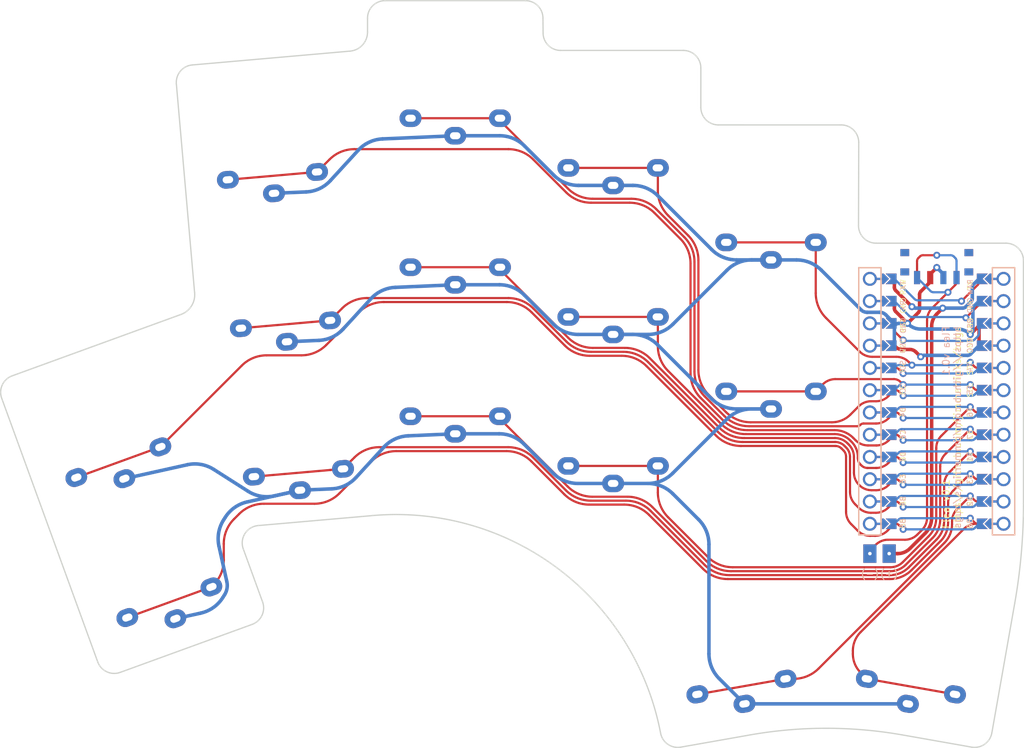
<source format=kicad_pcb>
(kicad_pcb (version 20211014) (generator pcbnew)
  (title_block (title "Flea") (date "2021-10-28") (rev "0.1") (company "jmnw"))
  (layers (0 "F.Cu" signal) (31 "B.Cu" signal) (34 "B.Paste" user) (35 "F.Paste" user) (36 "B.SilkS" user "B.Silkscreen") (37 "F.SilkS" user "F.Silkscreen") (38 "B.Mask" user) (39 "F.Mask" user) (44 "Edge.Cuts" user))
  (net 0 "")
  (net 1 "unconnected-(PSW1-Pad3)")
  (net 2 "switch1")
  (net 3 "switch2")
  (net 4 "switch3")
  (net 5 "switch4")
  (net 6 "switch5")
  (net 7 "switch6")
  (net 8 "switch7")
  (net 9 "switch8")
  (net 10 "switch9")
  (net 11 "switch10")
  (net 12 "switch11")
  (net 13 "switch12")
  (net 14 "switch13")
  (net 15 "switch14")
  (net 16 "switch15")
  (net 17 "unconnected-(U1-Pad22)")
  (net 18 "unconnected-(U1-Pad2)")
  (net 19 "unconnected-(U1-Pad1)")
  (net 20 "GND")
  (net 21 "VCC")
  (net 22 "Net-(BT1-Pad2)")
  (net 23 "raw")
  (net 24 "unconnected-(U1-Pad20)")
  (footprint "bugs:Choc_reversible" (layer "F.Cu") (at 43.227347 95.400626 20)
    (fp_text reference "SW5" hide)
    (fp_text value "SW_PUSH" hide)
  )
  (footprint "bugs:Choc_reversible" (layer "F.Cu") (at 61.791142 62.512256 5)
    (fp_text reference "SW1" hide)
    (fp_text value "SW_PUSH" hide)
  )
  (footprint "bugs:Choc_reversible" (layer "F.Cu") (at 82.967106 55.921249)
    (fp_text reference "SW2" hide)
    (fp_text value "SW_PUSH" hide)
  )
  (footprint "bugs:Choc_reversible" (layer "F.Cu") (at 100.96676 61.58759)
    (fp_text reference "SW3" hide)
    (fp_text value "SW_PUSH" hide)
  )
  (footprint "bugs:Choc_reversible" (layer "F.Cu") (at 118.966764 70.087595)
    (fp_text reference "SW4" hide)
    (fp_text value "SW_PUSH" hide)
  )
  (footprint "bugs:Choc_reversible" (layer "F.Cu") (at 49.041694 111.375396 20)
    (fp_text reference "SW10" hide)
    (fp_text value "SW_PUSH" hide)
  )
  (footprint "bugs:Choc_reversible" (layer "F.Cu") (at 63.272787 79.447574 5)
    (fp_text reference "SW6" hide)
    (fp_text value "SW_PUSH" hide)
  )
  (footprint "bugs:Choc_reversible" (layer "F.Cu") (at 82.967105 72.921243)
    (fp_text reference "SW7" hide)
    (fp_text value "SW_PUSH" hide)
  )
  (footprint "bugs:Choc_reversible" (layer "F.Cu") (at 100.966769 78.587591)
    (fp_text reference "SW8" hide)
    (fp_text value "SW_PUSH" hide)
  )
  (footprint "bugs:Choc_reversible" (layer "F.Cu") (at 118.966768 87.087589)
    (fp_text reference "SW9" hide)
    (fp_text value "SW_PUSH" hide)
  )
  (footprint "bugs:Choc_reversible" (layer "F.Cu") (at 64.754436 96.382878 5)
    (fp_text reference "SW11" hide)
    (fp_text value "SW_PUSH" hide)
  )
  (footprint "bugs:Choc_reversible" (layer "F.Cu") (at 82.9671 89.921255)
    (fp_text reference "SW12" hide)
    (fp_text value "SW_PUSH" hide)
  )
  (footprint "bugs:Choc_reversible" (layer "F.Cu") (at 100.96677 95.587592)
    (fp_text reference "SW13" hide)
    (fp_text value "SW_PUSH" hide)
  )
  (footprint "bugs:Choc_reversible" (layer "F.Cu") (at 114.918689 120.821188 10)
    (fp_text reference "SW14" hide)
    (fp_text value "SW_PUSH" hide)
  )
  (footprint "bugs:Choc_reversible" (layer "F.Cu") (at 135.597122 120.821342 -10)
    (fp_text reference "SW15" hide)
    (fp_text value "SW_PUSH" hide)
  )
  (footprint "bugs:Battery_pads_reversible" (layer "F.Cu") (at 131.338512 109.491136 180)
    (fp_text reference "BT1" hide)
    (fp_text value "Battery_Cell")
  )
  (footprint "bugs:ProMicro_jumpers" (layer "F.Cu") (at 137.85677 92.117593)
    (fp_text reference "U1" hide)
    (fp_text value "ProMicro")
  )
  (footprint "bugs:Power_reversible" (layer "F.Cu") (at 137.865245 76.254403 180)
    (fp_text reference "PSW1" hide)
    (fp_text value "SW_SPDT")
  )
  (footprint "kbd:thread_m2" (layer "B.Cu") (at 60.883629 97.298008 -170)
    (fp_text reference "Ref**" hide)
    (fp_text value "Val**" hide)
  )
  (gr_line (start 147.747178 76.077192) (end 147.749256 103.754181) (layer "Edge.Cuts") (width 0.15))
  (gr_arc (start 90.967357 46.411064) (mid 92.381571 46.99685) (end 92.967358 48.411063) (layer "Edge.Cuts") (width 0.15))
  (gr_line (start 32.460178 89.20989) (end 51.698026 82.207748) (layer "Edge.Cuts") (width 0.15))
  (gr_arc (start 72.967354 48.41107) (mid 73.55314 46.996856) (end 74.967353 46.411069) (layer "Edge.Cuts") (width 0.15))
  (gr_line (start 31.264832 91.773313) (end 42.209651 121.843944) (layer "Edge.Cuts") (width 0.15))
  (gr_arc (start 130.941305 74.077185) (mid 129.527093 73.491401) (end 128.941306 72.07719) (layer "Edge.Cuts") (width 0.15))
  (gr_line (start 110.966787 54.088034) (end 110.967178 58.587188) (layer "Edge.Cuts") (width 0.15))
  (gr_line (start 133.947659 130.176564) (end 141.826123 131.565744) (layer "Edge.Cuts") (width 0.15))
  (gr_line (start 108.689942 131.565986) (end 116.568399 130.176802) (layer "Edge.Cuts") (width 0.15))
  (gr_arc (start 51.17525 55.91196) (mid 51.635551 54.452077) (end 52.993326 53.745266) (layer "Edge.Cuts") (width 0.15))
  (gr_arc (start 72.967611 49.993058) (mid 72.394188 51.467606) (end 70.975227 52.16736) (layer "Edge.Cuts") (width 0.15))
  (gr_arc (start 108.68994 131.565982) (mid 107.195491 131.234672) (end 106.373027 129.943665) (layer "Edge.Cuts") (width 0.15))
  (gr_arc (start 58.802893 108.955853) (mid 58.999438 107.197732) (end 60.518025 106.290257) (layer "Edge.Cuts") (width 0.15))
  (gr_line (start 60.518025 106.290257) (end 73.552042 105.149929) (layer "Edge.Cuts") (width 0.15))
  (gr_arc (start 31.264832 91.773312) (mid 31.331603 90.244037) (end 32.460178 89.20989) (layer "Edge.Cuts") (width 0.15))
  (gr_line (start 112.967179 60.587188) (end 126.966959 60.587398) (layer "Edge.Cuts") (width 0.15))
  (gr_arc (start 144.143035 129.943424) (mid 143.320572 131.234432) (end 141.826123 131.565744) (layer "Edge.Cuts") (width 0.15))
  (gr_line (start 144.143032 129.943424) (end 146.748563 115.17185) (layer "Edge.Cuts") (width 0.15))
  (gr_arc (start 116.568397 130.176803) (mid 125.258018 129.416377) (end 133.947659 130.176564) (layer "Edge.Cuts") (width 0.15))
  (gr_line (start 130.941305 74.077185) (end 145.747176 74.077184) (layer "Edge.Cuts") (width 0.15))
  (gr_arc (start 126.966959 60.587398) (mid 128.381177 61.173187) (end 128.966964 62.587405) (layer "Edge.Cuts") (width 0.15))
  (gr_arc (start 44.773071 123.03929) (mid 43.243797 122.972519) (end 42.209651 121.843944) (layer "Edge.Cuts") (width 0.15))
  (gr_arc (start 112.967176 60.587188) (mid 111.552963 60.001401) (end 110.967178 58.587188) (layer "Edge.Cuts") (width 0.15))
  (gr_line (start 94.981842 52.08814) (end 108.966789 52.088035) (layer "Edge.Cuts") (width 0.15))
  (gr_arc (start 145.747176 74.077184) (mid 147.161392 74.662974) (end 147.747178 76.077192) (layer "Edge.Cuts") (width 0.15))
  (gr_arc (start 94.981843 52.088136) (mid 93.567631 51.502351) (end 92.981845 50.08814) (layer "Edge.Cuts") (width 0.15))
  (gr_line (start 53.253324 79.711739) (end 51.175248 55.911961) (layer "Edge.Cuts") (width 0.15))
  (gr_arc (start 53.253323 79.711743) (mid 52.906278 81.228061) (end 51.698026 82.207748) (layer "Edge.Cuts") (width 0.15))
  (gr_arc (start 61.003966 115.003241) (mid 60.937194 116.532518) (end 59.808617 117.566666) (layer "Edge.Cuts") (width 0.15))
  (gr_line (start 72.967354 48.41107) (end 72.967611 49.993058) (layer "Edge.Cuts") (width 0.15))
  (gr_line (start 74.967353 46.411069) (end 90.967361 46.411066) (layer "Edge.Cuts") (width 0.15))
  (gr_line (start 58.802893 108.955851) (end 61.003968 115.003239) (layer "Edge.Cuts") (width 0.15))
  (gr_line (start 52.993326 53.745266) (end 70.975227 52.16736) (layer "Edge.Cuts") (width 0.15))
  (gr_arc (start 147.749255 103.754181) (mid 147.497721 109.484822) (end 146.748563 115.17185) (layer "Edge.Cuts") (width 0.15))
  (gr_arc (start 73.552042 105.149929) (mid 94.729692 111.23622) (end 106.373027 129.943665) (layer "Edge.Cuts") (width 0.15))
  (gr_arc (start 108.966786 52.088035) (mid 110.381 52.673821) (end 110.966787 54.088034) (layer "Edge.Cuts") (width 0.15))
  (gr_line (start 128.966964 62.587405) (end 128.941306 72.07719) (layer "Edge.Cuts") (width 0.15))
  (gr_line (start 44.773073 123.039293) (end 59.808617 117.566666) (layer "Edge.Cuts") (width 0.15))
  (gr_line (start 92.967358 48.411063) (end 92.981845 50.08814) (layer "Edge.Cuts") (width 0.15))
  (gr_text "Flea v0.1\nhttps://github.com/jimmerricks/bugs" (at 139.565609 83.492438 90) (layer "B.SilkS") (effects (font (size 0.8 0.8) (thickness 0.1)) (justify left mirror)))
  (gr_text "Flea v0.1\nhttps://github.com/jimmerricks/bugs" (at 139.565612 106.712435 90) (layer "F.SilkS") (effects (font (size 0.8 0.8) (thickness 0.1)) (justify left)))
  (segment (start 135.615249 76.131368) (end 135.615247 78.004405) (width 0.25) (layer "F.Cu") (net 1))
  (segment (start 135.938663 75.600849) (end 135.761694 75.777813) (width 0.25) (layer "F.Cu") (net 1))
  (segment (start 137.865244 75.454404) (end 136.292214 75.454401) (width 0.25) (layer "F.Cu") (net 1))
  (via (at 137.865244 75.454404) (size 0.8) (drill 0.4) (layers "F.Cu" "B.Cu") (net 1))
  (arc (start 135.615249 76.131368) (mid 135.653311 75.940026) (end 135.761694 75.777813) (width 0.25) (layer "F.Cu") (net 1))
  (arc (start 136.292214 75.454401) (mid 136.10087 75.492461) (end 135.938663 75.600849) (width 0.25) (layer "F.Cu") (net 1))
  (segment (start 140.115246 76.118538) (end 140.115249 78.004403) (width 0.25) (layer "B.Cu") (net 1))
  (segment (start 139.80467 75.600851) (end 139.968799 75.764985) (width 0.25) (layer "B.Cu") (net 1))
  (segment (start 137.865244 75.454404) (end 139.451116 75.454408) (width 0.25) (layer "B.Cu") (net 1))
  (arc (start 140.115246 76.118538) (mid 140.077192 75.9272) (end 139.968799 75.764985) (width 0.25) (layer "B.Cu") (net 1))
  (arc (start 139.80467 75.600851) (mid 139.642456 75.492467) (end 139.451116 75.454408) (width 0.25) (layer "B.Cu") (net 1))
  (segment (start 133.030769 95.927598) (end 133.188663 95.927595) (width 0.25) (layer "F.Cu") (net 2))
  (segment (start 133.54222 96.074037) (end 134.030761 96.562588) (width 0.25) (layer "F.Cu") (net 2))
  (segment (start 95.622331 68.289206) (end 91.855956 64.522832) (width 0.25) (layer "F.Cu") (net 2))
  (segment (start 102.85705 69.46078) (end 98.450757 69.460779) (width 0.25) (layer "F.Cu") (net 2))
  (segment (start 128.614313 96.565472) (end 128.337819 96.288978) (width 0.25) (layer "F.Cu") (net 2))
  (segment (start 108.619487 73.566364) (end 105.685476 70.632353) (width 0.25) (layer "F.Cu") (net 2))
  (segment (start 113.456131 94.238725) (end 110.962633 91.745226) (width 0.25) (layer "F.Cu") (net 2))
  (segment (start 130.978678 97.151259) (end 130.028527 97.151259) (width 0.25) (layer "F.Cu") (net 2))
  (segment (start 126.216499 95.410299) (end 116.284559 95.410298) (width 0.25) (layer "F.Cu") (net 2))
  (segment (start 68.641733 64.52283) (end 67.211642 65.952922) (width 0.25) (layer "F.Cu") (net 2))
  (segment (start 89.027529 63.351259) (end 71.470161 63.351257) (width 0.25) (layer "F.Cu") (net 2))
  (segment (start 133.030769 95.927595) (end 132.392891 96.565473) (width 0.25) (layer "F.Cu") (net 2))
  (segment (start 109.791061 88.916799) (end 109.79106 76.394791) (width 0.25) (layer "F.Cu") (net 2))
  (segment (start 57.050457 66.841911) (end 67.211643 65.952922) (width 0.25) (layer "F.Cu") (net 2))
  (via (at 134.030761 96.562588) (size 0.8) (drill 0.4) (layers "F.Cu" "B.Cu") (net 2))
  (arc (start 108.619487 73.566364) (mid 109.486578 74.864057) (end 109.79106 76.394791) (width 0.25) (layer "F.Cu") (net 2))
  (arc (start 116.284559 95.410298) (mid 114.753825 95.105816) (end 113.456131 94.238725) (width 0.25) (layer "F.Cu") (net 2))
  (arc (start 71.470161 63.351257) (mid 69.939427 63.655739) (end 68.641733 64.52283) (width 0.25) (layer "F.Cu") (net 2))
  (arc (start 130.978678 97.151259) (mid 131.744045 96.999018) (end 132.392891 96.565473) (width 0.25) (layer "F.Cu") (net 2))
  (arc (start 98.450757 69.460779) (mid 96.920024 69.156297) (end 95.622331 68.289206) (width 0.25) (layer "F.Cu") (net 2))
  (arc (start 133.188663 95.927595) (mid 133.380008 95.965652) (end 133.54222 96.074037) (width 0.25) (layer "F.Cu") (net 2))
  (arc (start 128.337819 96.288978) (mid 127.364549 95.63866) (end 126.216499 95.410299) (width 0.25) (layer "F.Cu") (net 2))
  (arc (start 110.962633 91.745226) (mid 110.095542 90.447533) (end 109.791061 88.916799) (width 0.25) (layer "F.Cu") (net 2))
  (arc (start 102.85705 69.46078) (mid 104.387783 69.765262) (end 105.685476 70.632353) (width 0.25) (layer "F.Cu") (net 2))
  (arc (start 128.614313 96.565472) (mid 129.26316 96.999018) (end 130.028527 97.151259) (width 0.25) (layer "F.Cu") (net 2))
  (arc (start 89.027529 63.351259) (mid 90.558263 63.655741) (end 91.855956 64.522832) (width 0.25) (layer "F.Cu") (net 2))
  (segment (start 142.194217 96.41614) (end 142.682766 95.927591) (width 0.25) (layer "B.Cu") (net 2))
  (segment (start 134.030761 96.562588) (end 141.840655 96.562588) (width 0.25) (layer "B.Cu") (net 2))
  (arc (start 142.194217 96.41614) (mid 142.032009 96.524533) (end 141.840655 96.562588) (width 0.25) (layer "B.Cu") (net 2))
  (segment (start 133.542215 93.534039) (end 134.030766 94.022592) (width 0.25) (layer "F.Cu") (net 3))
  (segment (start 88.213553 60.24471) (end 95.808529 67.839685) (width 0.25) (layer "F.Cu") (net 3))
  (segment (start 105.871675 70.182832) (end 109.069007 73.380165) (width 0.25) (layer "F.Cu") (net 3))
  (segment (start 88.067106 59.82125) (end 88.067106 59.891156) (width 0.25) (layer "F.Cu") (net 3))
  (segment (start 129.509452 94.649759) (end 130.940175 94.64976) (width 0.25) (layer "F.Cu") (net 3))
  (segment (start 129.137775 94.81433) (end 129.155897 94.796208) (width 0.25) (layer "F.Cu") (net 3))
  (segment (start 132.354391 94.063973) (end 133.030771 93.387593) (width 0.25) (layer "F.Cu") (net 3))
  (segment (start 77.867105 59.821249) (end 88.067106 59.82125) (width 0.25) (layer "F.Cu") (net 3))
  (segment (start 110.24058 76.208592) (end 110.240581 88.730602) (width 0.25) (layer "F.Cu") (net 3))
  (segment (start 111.412154 91.559029) (end 113.64233 93.789205) (width 0.25) (layer "F.Cu") (net 3))
  (segment (start 98.636955 69.011258) (end 103.043248 69.011259) (width 0.25) (layer "F.Cu") (net 3))
  (segment (start 133.030766 93.38759) (end 133.188659 93.387591) (width 0.25) (layer "F.Cu") (net 3))
  (segment (start 116.470757 94.960778) (end 128.784219 94.960779) (width 0.25) (layer "F.Cu") (net 3))
  (via (at 134.030766 94.022592) (size 0.8) (drill 0.4) (layers "F.Cu" "B.Cu") (net 3))
  (arc (start 110.24058 76.208592) (mid 109.936098 74.677858) (end 109.069007 73.380165) (width 0.25) (layer "F.Cu") (net 3))
  (arc (start 111.412154 91.559029) (mid 110.545063 90.261336) (end 110.240581 88.730602) (width 0.25) (layer "F.Cu") (net 3))
  (arc (start 129.509452 94.649759) (mid 129.318109 94.68782) (end 129.155897 94.796208) (width 0.25) (layer "F.Cu") (net 3))
  (arc (start 133.188659 93.387591) (mid 133.380004 93.425653) (end 133.542215 93.534039) (width 0.25) (layer "F.Cu") (net 3))
  (arc (start 116.470757 94.960778) (mid 114.940023 94.656296) (end 113.64233 93.789205) (width 0.25) (layer "F.Cu") (net 3))
  (arc (start 132.354391 94.063973) (mid 131.705543 94.497519) (end 130.940175 94.64976) (width 0.25) (layer "F.Cu") (net 3))
  (arc (start 88.067106 59.891156) (mid 88.105166 60.082498) (end 88.213553 60.24471) (width 0.25) (layer "F.Cu") (net 3))
  (arc (start 98.636955 69.011258) (mid 97.106222 68.706776) (end 95.808529 67.839685) (width 0.25) (layer "F.Cu") (net 3))
  (arc (start 128.784219 94.960779) (mid 128.975562 94.922718) (end 129.137775 94.81433) (width 0.25) (layer "F.Cu") (net 3))
  (arc (start 103.043248 69.011259) (mid 104.573982 69.315741) (end 105.871675 70.182832) (width 0.25) (layer "F.Cu") (net 3))
  (segment (start 142.194211 93.876143) (end 142.682766 93.387594) (width 0.25) (layer "B.Cu") (net 3))
  (segment (start 134.030766 94.022592) (end 141.840658 94.022593) (width 0.25) (layer "B.Cu") (net 3))
  (arc (start 141.840658 94.022593) (mid 142.032002 93.984531) (end 142.194211 93.876143) (width 0.25) (layer "B.Cu") (net 3))
  (segment (start 125.897461 94.511258) (end 116.656955 94.511259) (width 0.25) (layer "F.Cu") (net 4))
  (segment (start 133.030768 90.84759) (end 133.188663 90.847591) (width 0.25) (layer "F.Cu") (net 4))
  (segment (start 133.542215 90.99404) (end 134.030765 91.482598) (width 0.25) (layer "F.Cu") (net 4))
  (segment (start 128.954316 92.697045) (end 128.01878 93.63258) (width 0.25) (layer "F.Cu") (net 4))
  (segment (start 109.518529 73.193968) (end 107.238333 70.913772) (width 0.25) (layer "F.Cu") (net 4))
  (segment (start 130.938677 92.111259) (end 130.368529 92.111259) (width 0.25) (layer "F.Cu") (net 4))
  (segment (start 133.03077 90.847593) (end 132.352891 91.525472) (width 0.25) (layer "F.Cu") (net 4))
  (segment (start 110.690101 88.544404) (end 110.690101 76.022395) (width 0.25) (layer "F.Cu") (net 4))
  (segment (start 113.828528 93.339685) (end 111.861674 91.372831) (width 0.25) (layer "F.Cu") (net 4))
  (segment (start 106.066761 68.085347) (end 106.06676 65.48759) (width 0.25) (layer "F.Cu") (net 4))
  (segment (start 95.866761 65.487591) (end 106.066762 65.487593) (width 0.25) (layer "F.Cu") (net 4))
  (via (at 134.030765 91.482598) (size 0.8) (drill 0.4) (layers "F.Cu" "B.Cu") (net 4))
  (arc (start 132.352891 91.525472) (mid 131.704044 91.959018) (end 130.938677 92.111259) (width 0.25) (layer "F.Cu") (net 4))
  (arc (start 125.897461 94.511258) (mid 127.04551 94.282897) (end 128.01878 93.63258) (width 0.25) (layer "F.Cu") (net 4))
  (arc (start 133.188663 90.847591) (mid 133.380002 90.885652) (end 133.542215 90.99404) (width 0.25) (layer "F.Cu") (net 4))
  (arc (start 106.066761 68.085347) (mid 106.371243 69.616079) (end 107.238333 70.913772) (width 0.25) (layer "F.Cu") (net 4))
  (arc (start 111.861674 91.372831) (mid 110.994583 90.075138) (end 110.690101 88.544404) (width 0.25) (layer "F.Cu") (net 4))
  (arc (start 116.656955 94.511259) (mid 115.126221 94.206777) (end 113.828528 93.339685) (width 0.25) (layer "F.Cu") (net 4))
  (arc (start 109.518529 73.193968) (mid 110.38562 74.491661) (end 110.690101 76.022395) (width 0.25) (layer "F.Cu") (net 4))
  (arc (start 130.368529 92.111259) (mid 129.603162 92.2635) (end 128.954316 92.697045) (width 0.25) (layer "F.Cu") (net 4))
  (segment (start 134.030765 91.482598) (end 141.840658 91.482592) (width 0.25) (layer "B.Cu") (net 4))
  (segment (start 142.194213 91.336147) (end 142.682767 90.84759) (width 0.25) (layer "B.Cu") (net 4))
  (arc (start 141.840658 91.482592) (mid 142.031999 91.444532) (end 142.194213 91.336147) (width 0.25) (layer "B.Cu") (net 4))
  (segment (start 134.664057 87.62338) (end 135.03077 87.990093) (width 0.25) (layer "F.Cu") (net 5))
  (segment (start 124.066761 79.781145) (end 124.066761 73.987593) (width 0.25) (layer "F.Cu") (net 5))
  (segment (start 129.080571 86.451807) (end 125.238335 82.609573) (width 0.25) (layer "F.Cu") (net 5))
  (segment (start 142.171316 88.161144) (end 141.68277 87.672595) (width 0.25) (layer "F.Cu") (net 5))
  (segment (start 142.682766 88.307595) (end 142.524873 88.307592) (width 0.25) (layer "F.Cu") (net 5))
  (segment (start 113.866765 73.987591) (end 124.066764 73.987593) (width 0.25) (layer "F.Cu") (net 5))
  (segment (start 130.494784 87.037593) (end 133.249843 87.037593) (width 0.25) (layer "F.Cu") (net 5))
  (via (at 135.03077 87.990093) (size 0.8) (drill 0.4) (layers "F.Cu" "B.Cu") (net 5))
  (via (at 141.68277 87.672595) (size 0.8) (drill 0.4) (layers "F.Cu" "B.Cu") (net 5))
  (arc (start 134.664057 87.62338) (mid 134.01521 87.189834) (end 133.249843 87.037593) (width 0.25) (layer "F.Cu") (net 5))
  (arc (start 124.066761 79.781145) (mid 124.371243 81.311879) (end 125.238335 82.609573) (width 0.25) (layer "F.Cu") (net 5))
  (arc (start 129.080571 86.451807) (mid 129.729417 86.885352) (end 130.494784 87.037593) (width 0.25) (layer "F.Cu") (net 5))
  (arc (start 142.524873 88.307592) (mid 142.333528 88.26953) (end 142.171316 88.161144) (width 0.25) (layer "F.Cu") (net 5))
  (segment (start 133.201821 88.136543) (end 133.030766 88.307593) (width 0.25) (layer "B.Cu") (net 5))
  (segment (start 141.158163 87.990095) (end 135.03077 87.990091) (width 0.25) (layer "B.Cu") (net 5))
  (segment (start 141.68277 87.672595) (end 141.511716 87.843646) (width 0.25) (layer "B.Cu") (net 5))
  (segment (start 135.03077 87.990091) (end 133.555372 87.990093) (width 0.25) (layer "B.Cu") (net 5))
  (arc (start 141.511716 87.843646) (mid 141.349501 87.952036) (end 141.158163 87.990095) (width 0.25) (layer "B.Cu") (net 5))
  (arc (start 133.555372 87.990093) (mid 133.364034 88.028152) (end 133.201821 88.136543) (width 0.25) (layer "B.Cu") (net 5))
  (segment (start 91.669756 81.962351) (end 95.456133 85.748726) (width 0.25) (layer "F.Cu") (net 6))
  (segment (start 133.542216 106.234035) (end 134.030763 106.722592) (width 0.25) (layer "F.Cu") (net 6))
  (segment (start 68.251675 85.699685) (end 71.989007 81.962352) (width 0.25) (layer "F.Cu") (net 6))
  (segment (start 133.030762 106.087587) (end 133.188661 106.087594) (width 0.25) (layer "F.Cu") (net 6))
  (segment (start 104.766407 88.091871) (end 112.711342 96.036804) (width 0.25) (layer "F.Cu") (net 6))
  (segment (start 130.264705 107.457436) (end 130.832499 107.457436) (width 0.25) (layer "F.Cu") (net 6))
  (segment (start 132.246714 106.871649) (end 133.030769 106.087594) (width 0.25) (layer "F.Cu") (net 6))
  (segment (start 127.521541 98.429785) (end 127.521542 104.714272) (width 0.25) (layer "F.Cu") (net 6))
  (segment (start 39.768792 100.80973) (end 49.353657 97.321124) (width 0.25) (layer "F.Cu") (net 6))
  (segment (start 98.284557 86.920298) (end 101.937981 86.920299) (width 0.25) (layer "F.Cu") (net 6))
  (segment (start 128.107329 106.128486) (end 128.850493 106.87165) (width 0.25) (layer "F.Cu") (net 6))
  (segment (start 127.007239 97.50127) (end 127.228647 97.722677) (width 0.25) (layer "F.Cu") (net 6))
  (segment (start 115.539769 97.208377) (end 126.300134 97.208378) (width 0.25) (layer "F.Cu") (net 6))
  (segment (start 61.460378 86.871258) (end 65.423247 86.871259) (width 0.25) (layer "F.Cu") (net 6))
  (segment (start 74.817435 80.790779) (end 88.84133 80.790779) (width 0.25) (layer "F.Cu") (net 6))
  (segment (start 49.353657 97.321123) (end 58.63195 88.042831) (width 0.25) (layer "F.Cu") (net 6))
  (via (at 134.030763 106.722592) (size 0.8) (drill 0.4) (layers "F.Cu" "B.Cu") (net 6))
  (arc (start 58.63195 88.042831) (mid 59.929644 87.17574) (end 61.460378 86.871258) (width 0.25) (layer "F.Cu") (net 6))
  (arc (start 74.817435 80.790779) (mid 73.286701 81.095261) (end 71.989007 81.962352) (width 0.25) (layer "F.Cu") (net 6))
  (arc (start 130.832499 107.457436) (mid 131.597867 107.305195) (end 132.246714 106.871649) (width 0.25) (layer "F.Cu") (net 6))
  (arc (start 88.84133 80.790779) (mid 90.372063 81.095261) (end 91.669756 81.962351) (width 0.25) (layer "F.Cu") (net 6))
  (arc (start 128.107329 106.128486) (mid 127.673783 105.479639) (end 127.521542 104.714272) (width 0.25) (layer "F.Cu") (net 6))
  (arc (start 95.456133 85.748726) (mid 96.753825 86.615816) (end 98.284557 86.920298) (width 0.25) (layer "F.Cu") (net 6))
  (arc (start 112.711342 96.036804) (mid 114.009035 96.903895) (end 115.539769 97.208377) (width 0.25) (layer "F.Cu") (net 6))
  (arc (start 104.766407 88.091871) (mid 103.468714 87.22478) (end 101.937981 86.920299) (width 0.25) (layer "F.Cu") (net 6))
  (arc (start 127.521541 98.429785) (mid 127.44542 98.047101) (end 127.228647 97.722677) (width 0.25) (layer "F.Cu") (net 6))
  (arc (start 68.251675 85.699685) (mid 66.953981 86.566776) (end 65.423247 86.871259) (width 0.25) (layer "F.Cu") (net 6))
  (arc (start 126.300134 97.208378) (mid 126.682816 97.284498) (end 127.007239 97.50127) (width 0.25) (layer "F.Cu") (net 6))
  (arc (start 128.850493 106.87165) (mid 129.499339 107.305195) (end 130.264705 107.457436) (width 0.25) (layer "F.Cu") (net 6))
  (arc (start 133.542216 106.234035) (mid 133.380004 106.125652) (end 133.188661 106.087594) (width 0.25) (layer "F.Cu") (net 6))
  (segment (start 134.030763 106.722592) (end 141.84066 106.722596) (width 0.25) (layer "B.Cu") (net 6))
  (segment (start 142.194209 106.576145) (end 142.682762 106.087588) (width 0.25) (layer "B.Cu") (net 6))
  (arc (start 141.84066 106.722596) (mid 142.032001 106.684532) (end 142.194209 106.576145) (width 0.25) (layer "B.Cu") (net 6))
  (segment (start 127.531722 97.390032) (end 127.339888 97.198198) (width 0.25) (layer "F.Cu") (net 7))
  (segment (start 133.030771 103.547593) (end 132.332892 104.245473) (width 0.25) (layer "F.Cu") (net 7))
  (segment (start 95.64233 85.299206) (end 91.855955 81.512832) (width 0.25) (layer "F.Cu") (net 7))
  (segment (start 126.279228 96.758858) (end 115.725966 96.758858) (width 0.25) (layer "F.Cu") (net 7))
  (segment (start 89.027528 80.34126) (end 72.897119 80.341259) (width 0.25) (layer "F.Cu") (net 7))
  (segment (start 128.944315 104.245473) (end 128.556847 103.858005) (width 0.25) (layer "F.Cu") (net 7))
  (segment (start 70.068693 81.51283) (end 68.693284 82.888238) (width 0.25) (layer "F.Cu") (net 7))
  (segment (start 102.124179 86.470779) (end 98.470756 86.470778) (width 0.25) (layer "F.Cu") (net 7))
  (segment (start 112.897539 95.587285) (end 104.952605 87.642352) (width 0.25) (layer "F.Cu") (net 7))
  (segment (start 130.918679 104.83126) (end 130.35853 104.83126) (width 0.25) (layer "F.Cu") (net 7))
  (segment (start 127.971062 102.443792) (end 127.971062 98.450692) (width 0.25) (layer "F.Cu") (net 7))
  (segment (start 133.030765 103.547592) (end 133.188657 103.547589) (width 0.25) (layer "F.Cu") (net 7))
  (segment (start 58.5321 83.777227) (end 68.693286 82.888239) (width 0.25) (layer "F.Cu") (net 7))
  (segment (start 133.542211 103.694038) (end 134.030765 104.182594) (width 0.25) (layer "F.Cu") (net 7))
  (via (at 134.030765 104.182594) (size 0.8) (drill 0.4) (layers "F.Cu" "B.Cu") (net 7))
  (arc (start 133.188657 103.547589) (mid 133.380002 103.585648) (end 133.542211 103.694038) (width 0.25) (layer "F.Cu") (net 7))
  (arc (start 89.027528 80.34126) (mid 90.558261 80.645742) (end 91.855955 81.512832) (width 0.25) (layer "F.Cu") (net 7))
  (arc (start 127.339888 97.198198) (mid 126.853253 96.873039) (end 126.279228 96.758858) (width 0.25) (layer "F.Cu") (net 7))
  (arc (start 128.944315 104.245473) (mid 129.593162 104.679019) (end 130.35853 104.83126) (width 0.25) (layer "F.Cu") (net 7))
  (arc (start 98.470756 86.470778) (mid 96.940023 86.166296) (end 95.64233 85.299206) (width 0.25) (layer "F.Cu") (net 7))
  (arc (start 115.725966 96.758858) (mid 114.195232 96.454376) (end 112.897539 95.587285) (width 0.25) (layer "F.Cu") (net 7))
  (arc (start 127.531722 97.390032) (mid 127.856881 97.876667) (end 127.971062 98.450692) (width 0.25) (layer "F.Cu") (net 7))
  (arc (start 128.556847 103.858005) (mid 128.123302 103.209158) (end 127.971062 102.443792) (width 0.25) (layer "F.Cu") (net 7))
  (arc (start 72.897119 80.341259) (mid 71.366386 80.64574) (end 70.068693 81.51283) (width 0.25) (layer "F.Cu") (net 7))
  (arc (start 132.332892 104.245473) (mid 131.684046 104.679019) (end 130.918679 104.83126) (width 0.25) (layer "F.Cu") (net 7))
  (arc (start 102.124179 86.470779) (mid 103.654912 86.775261) (end 104.952605 87.642352) (width 0.25) (layer "F.Cu") (net 7))
  (segment (start 134.030765 104.182594) (end 141.840659 104.182596) (width 0.25) (layer "B.Cu") (net 7))
  (segment (start 142.194217 104.036145) (end 142.682767 103.54759) (width 0.25) (layer "B.Cu") (net 7))
  (arc (start 141.840659 104.182596) (mid 142.032003 104.144536) (end 142.194217 104.036145) (width 0.25) (layer "B.Cu") (net 7))
  (segment (start 113.083739 95.137766) (end 105.138805 87.192832) (width 0.25) (layer "F.Cu") (net 8))
  (segment (start 130.948678 102.261258) (end 130.438527 102.261258) (width 0.25) (layer "F.Cu") (net 8))
  (segment (start 102.310378 86.021259) (end 98.656956 86.021259) (width 0.25) (layer "F.Cu") (net 8))
  (segment (start 127.834795 97.05739) (end 127.672532 96.895126) (width 0.25) (layer "F.Cu") (net 8))
  (segment (start 88.067104 76.881154) (end 88.067104 76.821244) (width 0.25) (layer "F.Cu") (net 8))
  (segment (start 133.030763 101.007589) (end 133.188661 101.007589) (width 0.25) (layer "F.Cu") (net 8))
  (segment (start 133.54221 101.154037) (end 134.030767 101.642589) (width 0.25) (layer "F.Cu") (net 8))
  (segment (start 129.024311 101.67547) (end 129.006366 101.657525) (width 0.25) (layer "F.Cu") (net 8))
  (segment (start 95.828529 84.849686) (end 88.21355 77.234707) (width 0.25) (layer "F.Cu") (net 8))
  (segment (start 133.03077 101.007594) (end 132.36289 101.675473) (width 0.25) (layer "F.Cu") (net 8))
  (segment (start 77.867104 76.821245) (end 88.067104 76.821244) (width 0.25) (layer "F.Cu") (net 8))
  (segment (start 126.258317 96.309339) (end 115.912166 96.309339) (width 0.25) (layer "F.Cu") (net 8))
  (segment (start 128.420581 100.243313) (end 128.420581 98.471603) (width 0.25) (layer "F.Cu") (net 8))
  (via (at 134.030767 101.642589) (size 0.8) (drill 0.4) (layers "F.Cu" "B.Cu") (net 8))
  (arc (start 98.656956 86.021259) (mid 97.126222 85.716777) (end 95.828529 84.849686) (width 0.25) (layer "F.Cu") (net 8))
  (arc (start 128.420581 100.243313) (mid 128.572822 101.008679) (end 129.006366 101.657525) (width 0.25) (layer "F.Cu") (net 8))
  (arc (start 127.834795 97.05739) (mid 128.26834 97.706236) (end 128.420581 98.471603) (width 0.25) (layer "F.Cu") (net 8))
  (arc (start 130.438527 102.261258) (mid 129.673159 102.109017) (end 129.024311 101.67547) (width 0.25) (layer "F.Cu") (net 8))
  (arc (start 113.083739 95.137766) (mid 114.381432 96.004857) (end 115.912166 96.309339) (width 0.25) (layer "F.Cu") (net 8))
  (arc (start 88.21355 77.234707) (mid 88.105164 77.072495) (end 88.067104 76.881154) (width 0.25) (layer "F.Cu") (net 8))
  (arc (start 132.36289 101.675473) (mid 131.714044 102.109018) (end 130.948678 102.261258) (width 0.25) (layer "F.Cu") (net 8))
  (arc (start 127.672532 96.895126) (mid 127.023685 96.46158) (end 126.258317 96.309339) (width 0.25) (layer "F.Cu") (net 8))
  (arc (start 133.188661 101.007589) (mid 133.380002 101.04565) (end 133.54221 101.154037) (width 0.25) (layer "F.Cu") (net 8))
  (arc (start 102.310378 86.021259) (mid 103.841112 86.325741) (end 105.138805 87.192832) (width 0.25) (layer "F.Cu") (net 8))
  (segment (start 134.030767 101.642589) (end 141.84066 101.642592) (width 0.25) (layer "B.Cu") (net 8))
  (segment (start 142.194212 101.496147) (end 142.682767 101.007591) (width 0.25) (layer "B.Cu") (net 8))
  (arc (start 141.84066 101.642592) (mid 142.032001 101.604532) (end 142.194212 101.496147) (width 0.25) (layer "B.Cu") (net 8))
  (segment (start 128.005175 96.592051) (end 128.137866 96.724742) (width 0.25) (layer "F.Cu") (net 9))
  (segment (start 95.866772 82.487591) (end 106.066771 82.48759) (width 0.25) (layer "F.Cu") (net 9))
  (segment (start 116.098363 95.85982) (end 126.237409 95.859819) (width 0.25) (layer "F.Cu") (net 9))
  (segment (start 107.238343 88.656653) (end 113.269936 94.688247) (width 0.25) (layer "F.Cu") (net 9))
  (segment (start 128.8701 98.492512) (end 128.8701 98.617045) (width 0.25) (layer "F.Cu") (net 9))
  (segment (start 106.06677 82.487589) (end 106.06677 85.828226) (width 0.25) (layer "F.Cu") (net 9))
  (segment (start 129.974315 99.72126) (end 130.948678 99.721259) (width 0.25) (layer "F.Cu") (net 9))
  (segment (start 133.542215 98.614038) (end 134.030763 99.102592) (width 0.25) (layer "F.Cu") (net 9))
  (segment (start 129.162993 99.324152) (end 129.267207 99.428366) (width 0.25) (layer "F.Cu") (net 9))
  (segment (start 133.030767 98.467593) (end 133.188658 98.467597) (width 0.25) (layer "F.Cu") (net 9))
  (segment (start 132.36289 99.135472) (end 133.030769 98.467593) (width 0.25) (layer "F.Cu") (net 9))
  (via (at 134.030763 99.102592) (size 0.8) (drill 0.4) (layers "F.Cu" "B.Cu") (net 9))
  (arc (start 133.188658 98.467597) (mid 133.38 98.505654) (end 133.542215 98.614038) (width 0.25) (layer "F.Cu") (net 9))
  (arc (start 126.237409 95.859819) (mid 127.194117 96.05012) (end 128.005175 96.592051) (width 0.25) (layer "F.Cu") (net 9))
  (arc (start 129.974315 99.72126) (mid 129.591631 99.64514) (end 129.267207 99.428366) (width 0.25) (layer "F.Cu") (net 9))
  (arc (start 107.238343 88.656653) (mid 106.371252 87.35896) (end 106.06677 85.828226) (width 0.25) (layer "F.Cu") (net 9))
  (arc (start 132.36289 99.135472) (mid 131.714044 99.569017) (end 130.948678 99.721259) (width 0.25) (layer "F.Cu") (net 9))
  (arc (start 128.8701 98.492512) (mid 128.679799 97.535802) (end 128.137866 96.724742) (width 0.25) (layer "F.Cu") (net 9))
  (arc (start 116.098363 95.85982) (mid 114.567629 95.555338) (end 113.269936 94.688247) (width 0.25) (layer "F.Cu") (net 9))
  (arc (start 129.162993 99.324152) (mid 128.94622 98.999729) (end 128.8701 98.617045) (width 0.25) (layer "F.Cu") (net 9))
  (segment (start 142.194213 98.956148) (end 142.682764 98.467591) (width 0.25) (layer "B.Cu") (net 9))
  (segment (start 134.030763 99.102592) (end 141.840664 99.102594) (width 0.25) (layer "B.Cu") (net 9))
  (arc (start 142.194213 98.956148) (mid 142.032002 99.064529) (end 141.840664 99.102594) (width 0.25) (layer "B.Cu") (net 9))
  (segment (start 124.066768 90.98759) (end 124.881579 90.172781) (width 0.25) (layer "F.Cu") (net 10))
  (segment (start 142.171319 90.701142) (end 141.682769 90.212587) (width 0.25) (layer "F.Cu") (net 10))
  (segment (start 133.698068 89.879892) (end 134.03077 90.212596) (width 0.25) (layer "F.Cu") (net 10))
  (segment (start 126.295791 89.586996) (end 132.990959 89.586996) (width 0.25) (layer "F.Cu") (net 10))
  (segment (start 142.682767 90.84759) (end 142.524872 90.847592) (width 0.25) (layer "F.Cu") (net 10))
  (segment (start 113.866769 90.98759) (end 124.066768 90.987588) (width 0.25) (layer "F.Cu") (net 10))
  (via (at 141.682769 90.212587) (size 0.8) (drill 0.4) (layers "F.Cu" "B.Cu") (net 10))
  (via (at 134.03077 90.212596) (size 0.8) (drill 0.4) (layers "F.Cu" "B.Cu") (net 10))
  (arc (start 142.524872 90.847592) (mid 142.333531 90.809532) (end 142.171319 90.701142) (width 0.25) (layer "F.Cu") (net 10))
  (arc (start 124.881579 90.172781) (mid 125.530425 89.739237) (end 126.295791 89.586996) (width 0.25) (layer "F.Cu") (net 10))
  (arc (start 133.698068 89.879892) (mid 133.373644 89.663118) (end 132.990959 89.586996) (width 0.25) (layer "F.Cu") (net 10))
  (segment (start 141.682769 90.212587) (end 134.030165 90.21259) (width 0.25) (layer "B.Cu") (net 10))
  (segment (start 133.519326 90.359038) (end 133.030765 90.847595) (width 0.25) (layer "B.Cu") (net 10))
  (segment (start 134.030165 90.21259) (end 133.872879 90.212586) (width 0.25) (layer "B.Cu") (net 10))
  (arc (start 133.519326 90.359038) (mid 133.681535 90.250653) (end 133.872879 90.212586) (width 0.25) (layer "B.Cu") (net 10))
  (segment (start 141.682767 100.372591) (end 139.738667 102.316691) (width 0.25) (layer "F.Cu") (net 11))
  (segment (start 66.923249 103.801258) (end 61.155596 103.801258) (width 0.25) (layer "F.Cu") (net 11))
  (segment (start 111.211388 111.223981) (end 105.059278 105.071871) (width 0.25) (layer "F.Cu") (net 11))
  (segment (start 55.40853 113.055369) (end 55.168005 113.295894) (width 0.25) (layer "F.Cu") (net 11))
  (segment (start 45.58314 116.7845) (end 55.168005 113.295894) (width 0.25) (layer "F.Cu") (net 11))
  (segment (start 132.514601 112.395557) (end 114.039817 112.395557) (width 0.25) (layer "F.Cu") (net 11))
  (segment (start 139.152881 103.730903) (end 139.15288 105.964385) (width 0.25) (layer "F.Cu") (net 11))
  (segment (start 88.821332 97.800778) (end 76.237436 97.800779) (width 0.25) (layer "F.Cu") (net 11))
  (segment (start 73.409009 98.972352) (end 69.751675 102.629685) (width 0.25) (layer "F.Cu") (net 11))
  (segment (start 142.171324 100.861149) (end 141.682767 100.372591) (width 0.25) (layer "F.Cu") (net 11))
  (segment (start 114.039817 112.395557) (end 114.039814 112.395554) (width 0.25) (layer "F.Cu") (net 11))
  (segment (start 95.406134 102.728726) (end 91.649759 98.972351) (width 0.25) (layer "F.Cu") (net 11))
  (segment (start 56.5801 108.376755) (end 56.580101 110.226943) (width 0.25) (layer "F.Cu") (net 11))
  (segment (start 138.274201 108.085704) (end 134.989475 111.370431) (width 0.25) (layer "F.Cu") (net 11))
  (segment (start 142.682767 101.007591) (end 142.524872 101.007595) (width 0.25) (layer "F.Cu") (net 11))
  (segment (start 58.327169 104.972831) (end 57.751673 105.548327) (width 0.25) (layer "F.Cu") (net 11))
  (segment (start 102.230852 103.900299) (end 98.234561 103.900299) (width 0.25) (layer "F.Cu") (net 11))
  (via (at 141.682767 100.372591) (size 0.8) (drill 0.4) (layers "F.Cu" "B.Cu") (net 11))
  (arc (start 134.989475 111.370431) (mid 133.853993 112.129136) (end 132.514601 112.395557) (width 0.25) (layer "F.Cu") (net 11))
  (arc (start 114.039814 112.395554) (mid 112.509081 112.091072) (end 111.211388 111.223981) (width 0.25) (layer "F.Cu") (net 11))
  (arc (start 69.751675 102.629685) (mid 68.453982 103.496776) (end 66.923249 103.801258) (width 0.25) (layer "F.Cu") (net 11))
  (arc (start 91.649759 98.972351) (mid 90.352066 98.10526) (end 88.821332 97.800778) (width 0.25) (layer "F.Cu") (net 11))
  (arc (start 56.580101 110.226943) (mid 56.27562 111.757676) (end 55.40853 113.055369) (width 0.25) (layer "F.Cu") (net 11))
  (arc (start 61.155596 103.801258) (mid 59.624862 104.10574) (end 58.327169 104.972831) (width 0.25) (layer "F.Cu") (net 11))
  (arc (start 139.152881 103.730903) (mid 139.305122 102.965537) (end 139.738667 102.316691) (width 0.25) (layer "F.Cu") (net 11))
  (arc (start 105.059278 105.071871) (mid 103.761585 104.20478) (end 102.230852 103.900299) (width 0.25) (layer "F.Cu") (net 11))
  (arc (start 142.524872 101.007595) (mid 142.333533 100.969535) (end 142.171324 100.861149) (width 0.25) (layer "F.Cu") (net 11))
  (arc (start 76.237436 97.800779) (mid 74.706702 98.105261) (end 73.409009 98.972352) (width 0.25) (layer "F.Cu") (net 11))
  (arc (start 57.751673 105.548327) (mid 56.884582 106.846021) (end 56.5801 108.376755) (width 0.25) (layer "F.Cu") (net 11))
  (arc (start 98.234561 103.900299) (mid 96.703827 103.595817) (end 95.406134 102.728726) (width 0.25) (layer "F.Cu") (net 11))
  (arc (start 139.15288 105.964385) (mid 138.924519 107.112434) (end 138.274201 108.085704) (width 0.25) (layer "F.Cu") (net 11))
  (segment (start 133.519319 100.519037) (end 133.030763 101.007589) (width 0.25) (layer "B.Cu") (net 11))
  (segment (start 141.682767 100.372591) (end 133.872872 100.372592) (width 0.25) (layer "B.Cu") (net 11))
  (arc (start 133.519319 100.519037) (mid 133.681529 100.410652) (end 133.872872 100.372592) (width 0.25) (layer "B.Cu") (net 11))
  (segment (start 105.245475 104.622351) (end 111.397585 110.774462) (width 0.25) (layer "F.Cu") (net 12))
  (segment (start 98.420761 103.450779) (end 102.417047 103.450778) (width 0.25) (layer "F.Cu") (net 12))
  (segment (start 142.17132 98.321143) (end 141.682764 97.832591) (width 0.25) (layer "F.Cu") (net 12))
  (segment (start 71.204398 98.79408) (end 71.475647 98.522831) (width 0.25) (layer "F.Cu") (net 12))
  (segment (start 138.703361 105.778189) (end 138.703363 101.64042) (width 0.25) (layer "F.Cu") (net 12))
  (segment (start 139.289149 100.226208) (end 141.682764 97.832591) (width 0.25) (layer "F.Cu") (net 12))
  (segment (start 114.226012 111.946035) (end 132.535516 111.946033) (width 0.25) (layer "F.Cu") (net 12))
  (segment (start 74.304073 97.351259) (end 89.007529 97.351259) (width 0.25) (layer "F.Cu") (net 12))
  (segment (start 60.01375 100.712531) (end 68.724595 99.95043) (width 0.25) (layer "F.Cu") (net 12))
  (segment (start 91.835956 98.522831) (end 95.592333 102.279207) (width 0.25) (layer "F.Cu") (net 12))
  (segment (start 134.656837 111.067353) (end 137.824682 107.899508) (width 0.25) (layer "F.Cu") (net 12))
  (segment (start 142.682764 98.467591) (end 142.52487 98.467593) (width 0.25) (layer "F.Cu") (net 12))
  (via (at 141.682764 97.832591) (size 0.8) (drill 0.4) (layers "F.Cu" "B.Cu") (net 12))
  (arc (start 105.245475 104.622351) (mid 103.947781 103.75526) (end 102.417047 103.450778) (width 0.25) (layer "F.Cu") (net 12))
  (arc (start 71.204398 98.79408) (mid 70.066444 99.590883) (end 68.724595 99.95043) (width 0.25) (layer "F.Cu") (net 12))
  (arc (start 74.304073 97.351259) (mid 72.77334 97.655741) (end 71.475647 98.522831) (width 0.25) (layer "F.Cu") (net 12))
  (arc (start 91.835956 98.522831) (mid 90.538263 97.65574) (end 89.007529 97.351259) (width 0.25) (layer "F.Cu") (net 12))
  (arc (start 114.226012 111.946035) (mid 112.695278 111.641553) (end 111.397585 110.774462) (width 0.25) (layer "F.Cu") (net 12))
  (arc (start 142.52487 98.467593) (mid 142.333532 98.42953) (end 142.17132 98.321143) (width 0.25) (layer "F.Cu") (net 12))
  (arc (start 132.535516 111.946033) (mid 133.683567 111.717671) (end 134.656837 111.067353) (width 0.25) (layer "F.Cu") (net 12))
  (arc (start 137.824682 107.899508) (mid 138.475 106.926239) (end 138.703361 105.778189) (width 0.25) (layer "F.Cu") (net 12))
  (arc (start 95.592333 102.279207) (mid 96.890027 103.146298) (end 98.420761 103.450779) (width 0.25) (layer "F.Cu") (net 12))
  (arc (start 139.289149 100.226208) (mid 138.855604 100.875054) (end 138.703363 101.64042) (width 0.25) (layer "F.Cu") (net 12))
  (segment (start 133.519322 97.979041) (end 133.030767 98.467593) (width 0.25) (layer "B.Cu") (net 12))
  (segment (start 141.682764 97.832591) (end 133.872875 97.832592) (width 0.25) (layer "B.Cu") (net 12))
  (arc (start 133.519322 97.979041) (mid 133.681535 97.870652) (end 133.872875 97.832592) (width 0.25) (layer "B.Cu") (net 12))
  (segment (start 105.431676 104.172831) (end 111.583784 110.324942) (width 0.25) (layer "F.Cu") (net 13))
  (segment (start 134.32419 110.764284) (end 137.375162 107.713313) (width 0.25) (layer "F.Cu") (net 13))
  (segment (start 138.839628 98.135738) (end 141.682772 95.292593) (width 0.25) (layer "F.Cu") (net 13))
  (segment (start 142.682766 95.927591) (end 142.524873 95.927592) (width 0.25) (layer "F.Cu") (net 13))
  (segment (start 114.412212 111.496515) (end 132.556423 111.496517) (width 0.25) (layer "F.Cu") (net 13))
  (segment (start 142.171324 95.781149) (end 141.682772 95.292593) (width 0.25) (layer "F.Cu") (net 13))
  (segment (start 88.0671 93.821256) (end 88.067099 93.911148) (width 0.25) (layer "F.Cu") (net 13))
  (segment (start 88.213546 94.264704) (end 95.778527 101.829686) (width 0.25) (layer "F.Cu") (net 13))
  (segment (start 77.867099 93.821256) (end 88.0671 93.821256) (width 0.25) (layer "F.Cu") (net 13))
  (segment (start 98.606955 103.001259) (end 102.603247 103.001258) (width 0.25) (layer "F.Cu") (net 13))
  (segment (start 138.253842 105.591992) (end 138.253842 99.549951) (width 0.25) (layer "F.Cu") (net 13))
  (via (at 141.682772 95.292593) (size 0.8) (drill 0.4) (layers "F.Cu" "B.Cu") (net 13))
  (arc (start 132.556423 111.496517) (mid 133.513132 111.306216) (end 134.32419 110.764284) (width 0.25) (layer "F.Cu") (net 13))
  (arc (start 138.839628 98.135738) (mid 138.406083 98.784584) (end 138.253842 99.549951) (width 0.25) (layer "F.Cu") (net 13))
  (arc (start 138.253842 105.591992) (mid 138.02548 106.740043) (end 137.375162 107.713313) (width 0.25) (layer "F.Cu") (net 13))
  (arc (start 142.524873 95.927592) (mid 142.333534 95.889529) (end 142.171324 95.781149) (width 0.25) (layer "F.Cu") (net 13))
  (arc (start 114.412212 111.496515) (mid 112.881478 111.192033) (end 111.583784 110.324942) (width 0.25) (layer "F.Cu") (net 13))
  (arc (start 88.213546 94.264704) (mid 88.105159 94.102491) (end 88.067099 93.911148) (width 0.25) (layer "F.Cu") (net 13))
  (arc (start 102.603247 103.001258) (mid 104.133982 103.30574) (end 105.431676 104.172831) (width 0.25) (layer "F.Cu") (net 13))
  (arc (start 95.778527 101.829686) (mid 97.076221 102.696777) (end 98.606955 103.001259) (width 0.25) (layer "F.Cu") (net 13))
  (segment (start 133.519323 95.439038) (end 133.030763 95.927597) (width 0.25) (layer "B.Cu") (net 13))
  (segment (start 141.682772 95.292593) (end 133.872872 95.292595) (width 0.25) (layer "B.Cu") (net 13))
  (arc (start 133.519323 95.439038) (mid 133.68153 95.330655) (end 133.872872 95.292595) (width 0.25) (layer "B.Cu") (net 13))
  (segment (start 111.769984 109.875424) (end 107.238342 105.343783) (width 0.25) (layer "F.Cu") (net 14))
  (segment (start 137.80432 97.459462) (end 137.80432 105.405795) (width 0.25) (layer "F.Cu") (net 14))
  (segment (start 142.17132 93.241144) (end 141.682764 92.752591) (width 0.25) (layer "F.Cu") (net 14))
  (segment (start 106.066769 102.515355) (end 106.066769 99.487593) (width 0.25) (layer "F.Cu") (net 14))
  (segment (start 132.577333 111.046995) (end 114.598411 111.046996) (width 0.25) (layer "F.Cu") (net 14))
  (segment (start 136.92564 107.527116) (end 133.991546 110.461209) (width 0.25) (layer "F.Cu") (net 14))
  (segment (start 95.866769 99.48759) (end 106.066768 99.487591) (width 0.25) (layer "F.Cu") (net 14))
  (segment (start 141.682764 92.752591) (end 138.390106 96.045249) (width 0.25) (layer "F.Cu") (net 14))
  (segment (start 142.682766 93.387594) (end 142.524875 93.387591) (width 0.25) (layer "F.Cu") (net 14))
  (via (at 141.682764 92.752591) (size 0.8) (drill 0.4) (layers "F.Cu" "B.Cu") (net 14))
  (arc (start 106.066769 102.515355) (mid 106.371251 104.046089) (end 107.238342 105.343783) (width 0.25) (layer "F.Cu") (net 14))
  (arc (start 137.80432 97.459462) (mid 137.956561 96.694095) (end 138.390106 96.045249) (width 0.25) (layer "F.Cu") (net 14))
  (arc (start 136.92564 107.527116) (mid 137.575959 106.553846) (end 137.80432 105.405795) (width 0.25) (layer "F.Cu") (net 14))
  (arc (start 142.17132 93.241144) (mid 142.333534 93.34953) (end 142.524875 93.387591) (width 0.25) (layer "F.Cu") (net 14))
  (arc (start 133.991546 110.461209) (mid 133.3427 110.894754) (end 132.577333 111.046995) (width 0.25) (layer "F.Cu") (net 14))
  (arc (start 114.598411 111.046996) (mid 113.067678 110.742514) (end 111.769984 109.875424) (width 0.25) (layer "F.Cu") (net 14))
  (segment (start 133.519321 92.899036) (end 133.030766 93.38759) (width 0.25) (layer "B.Cu") (net 14))
  (segment (start 141.682764 92.752591) (end 133.872873 92.752592) (width 0.25) (layer "B.Cu") (net 14))
  (arc (start 133.519321 92.899036) (mid 133.681532 92.790655) (end 133.872873 92.752592) (width 0.25) (layer "B.Cu") (net 14))
  (segment (start 110.573395 125.547543) (end 120.618432 123.776333) (width 0.25) (layer "F.Cu") (net 15))
  (segment (start 124.390865 122.60476) (end 138.723721 108.271902) (width 0.25) (layer "F.Cu") (net 15))
  (segment (start 142.682767 103.54759) (end 142.524877 103.54759) (width 0.25) (layer "F.Cu") (net 15))
  (segment (start 139.602401 106.150583) (end 139.602401 105.821382) (width 0.25) (layer "F.Cu") (net 15))
  (segment (start 142.171314 103.401143) (end 141.682764 102.912591) (width 0.25) (layer "F.Cu") (net 15))
  (segment (start 140.188187 104.407169) (end 141.682764 102.912591) (width 0.25) (layer "F.Cu") (net 15))
  (segment (start 120.618435 123.776333) (end 121.562435 123.776333) (width 0.25) (layer "F.Cu") (net 15))
  (via (at 141.682764 102.912591) (size 0.8) (drill 0.4) (layers "F.Cu" "B.Cu") (net 15))
  (arc (start 139.602401 105.821382) (mid 139.754642 105.056015) (end 140.188187 104.407169) (width 0.25) (layer "F.Cu") (net 15))
  (arc (start 142.524877 103.54759) (mid 142.333529 103.509532) (end 142.171314 103.401143) (width 0.25) (layer "F.Cu") (net 15))
  (arc (start 139.602401 106.150583) (mid 139.374039 107.298633) (end 138.723721 108.271902) (width 0.25) (layer "F.Cu") (net 15))
  (arc (start 124.390865 122.60476) (mid 123.09317 123.471852) (end 121.562435 123.776333) (width 0.25) (layer "F.Cu") (net 15))
  (segment (start 141.682764 102.912591) (end 133.87288 102.91259) (width 0.25) (layer "B.Cu") (net 15))
  (segment (start 133.519318 103.059038) (end 133.030765 103.547592) (width 0.25) (layer "B.Cu") (net 15))
  (arc (start 133.87288 102.91259) (mid 133.681534 102.950649) (end 133.519318 103.059038) (width 0.25) (layer "B.Cu") (net 15))
  (segment (start 142.682771 106.087594) (end 142.372177 106.087594) (width 0.25) (layer "F.Cu") (net 16))
  (segment (start 140.957964 106.67338) (end 129.178781 118.452562) (width 0.25) (layer "F.Cu") (net 16))
  (segment (start 142.171321 105.941142) (end 141.682766 105.45259) (width 0.25) (layer "F.Cu") (net 16))
  (segment (start 142.682762 106.087588) (end 142.524875 106.087593) (width 0.25) (layer "F.Cu") (net 16))
  (segment (start 128.300101 120.573885) (end 128.300101 120.936575) (width 0.25) (layer "F.Cu") (net 16))
  (segment (start 129.178781 123.057895) (end 129.897374 123.776488) (width 0.25) (layer "F.Cu") (net 16))
  (segment (start 129.897378 123.776487) (end 139.942417 125.5477) (width 0.25) (layer "F.Cu") (net 16))
  (via (at 141.682766 105.45259) (size 0.8) (drill 0.4) (layers "F.Cu" "B.Cu") (net 16))
  (arc (start 142.171321 105.941142) (mid 142.33353 106.049535) (end 142.524875 106.087593) (width 0.25) (layer "F.Cu") (net 16))
  (arc (start 142.372177 106.087594) (mid 141.60681 106.239835) (end 140.957964 106.67338) (width 0.25) (layer "F.Cu") (net 16))
  (arc (start 128.300101 120.573885) (mid 128.528462 119.425833) (end 129.178781 118.452562) (width 0.25) (layer "F.Cu") (net 16))
  (arc (start 129.178781 123.057895) (mid 128.528463 122.084625) (end 128.300101 120.936575) (width 0.25) (layer "F.Cu") (net 16))
  (segment (start 141.682766 105.45259) (end 133.872871 105.452593) (width 0.25) (layer "B.Cu") (net 16))
  (segment (start 133.519321 105.599037) (end 133.030762 106.087587) (width 0.25) (layer "B.Cu") (net 16))
  (arc (start 133.872871 105.452593) (mid 133.681531 105.490653) (end 133.519321 105.599037) (width 0.25) (layer "B.Cu") (net 16))
  (segment (start 133.177216 84.279042) (end 134.030767 85.132593) (width 0.25) (layer "F.Cu") (net 17))
  (segment (start 133.030767 83.227592) (end 133.030767 83.925489) (width 0.25) (layer "F.Cu") (net 17))
  (via (at 134.030767 85.132593) (size 0.8) (drill 0.4) (layers "F.Cu" "B.Cu") (net 17))
  (arc (start 133.177216 84.279042) (mid 133.068831 84.116829) (end 133.030767 83.925489) (width 0.25) (layer "F.Cu") (net 17))
  (segment (start 142.68277 84.349638) (end 142.68277 83.227589) (width 0.25) (layer "B.Cu") (net 17))
  (segment (start 134.030767 85.132593) (end 134.120276 85.2221) (width 0.25) (layer "B.Cu") (net 17))
  (segment (start 134.120276 85.2221) (end 141.810302 85.222102) (width 0.25) (layer "B.Cu") (net 17))
  (segment (start 142.163856 85.075655) (end 142.536319 84.703192) (width 0.25) (layer "B.Cu") (net 17))
  (arc (start 142.536319 84.703192) (mid 142.644706 84.54098) (end 142.68277 84.349638) (width 0.25) (layer "B.Cu") (net 17))
  (arc (start 142.163856 85.075655) (mid 142.001644 85.184042) (end 141.810302 85.222102) (width 0.25) (layer "B.Cu") (net 17))
  (segment (start 142.682765 80.885484) (end 142.682767 80.687595) (width 0.25) (layer "F.Cu") (net 18))
  (segment (start 141.182769 82.592596) (end 142.536323 81.239035) (width 0.25) (layer "F.Cu") (net 18))
  (via (at 141.182769 82.592596) (size 0.8) (drill 0.4) (layers "F.Cu" "B.Cu") (net 18))
  (arc (start 142.682765 80.885484) (mid 142.644706 81.076828) (end 142.536323 81.239035) (width 0.25) (layer "F.Cu") (net 18))
  (segment (start 134.69981 82.356635) (end 133.030768 80.687593) (width 0.25) (layer "B.Cu") (net 18))
  (segment (start 141.093255 82.503081) (end 135.053363 82.503082) (width 0.25) (layer "B.Cu") (net 18))
  (segment (start 141.182769 82.592596) (end 141.093255 82.503081) (width 0.25) (layer "B.Cu") (net 18))
  (arc (start 134.69981 82.356635) (mid 134.862021 82.465024) (end 135.053363 82.503082) (width 0.25) (layer "B.Cu") (net 18))
  (segment (start 142.682768 78.480481) (end 142.682767 78.147594) (width 0.25) (layer "F.Cu") (net 19))
  (segment (start 140.682772 80.687591) (end 142.536323 78.834034) (width 0.25) (layer "F.Cu") (net 19))
  (via (at 140.682772 80.687591) (size 0.8) (drill 0.4) (layers "F.Cu" "B.Cu") (net 19))
  (arc (start 142.682768 78.480481) (mid 142.644709 78.671828) (end 142.536323 78.834034) (width 0.25) (layer "F.Cu") (net 19))
  (segment (start 140.682772 80.687591) (end 140.593256 80.598079) (width 0.25) (layer "B.Cu") (net 19))
  (segment (start 140.593256 80.598079) (end 135.688364 80.598083) (width 0.25) (layer "B.Cu") (net 19))
  (segment (start 135.33481 80.451637) (end 133.030767 78.147592) (width 0.25) (layer "B.Cu") (net 19))
  (arc (start 135.33481 80.451637) (mid 135.497021 80.560023) (end 135.688364 80.598083) (width 0.25) (layer "B.Cu") (net 19))
  (segment (start 142.68277 83.227589) (end 142.682766 83.290485) (width 0.4) (layer "F.Cu") (net 20))
  (segment (start 142.53632 83.644036) (end 141.682766 84.497589) (width 0.4) (layer "F.Cu") (net 20))
  (segment (start 137.2617 77.457958) (end 137.86525 76.854406) (width 0.4) (layer "F.Cu") (net 20))
  (segment (start 133.177215 81.874041) (end 134.530766 83.227592) (width 0.4) (layer "F.Cu") (net 20))
  (segment (start 133.030768 80.687593) (end 133.030768 81.520488) (width 0.4) (layer "F.Cu") (net 20))
  (segment (start 142.68277 83.227589) (end 142.682767 85.76759) (width 0.4) (layer "F.Cu") (net 20))
  (segment (start 135.755492 82.002869) (end 134.530766 83.227592) (width 0.4) (layer "F.Cu") (net 20))
  (segment (start 137.11525 78.004409) (end 137.115248 77.811515) (width 0.4) (layer "F.Cu") (net 20))
  (segment (start 136.968795 78.655567) (end 136.048378 79.575987) (width 0.4) (layer "F.Cu") (net 20))
  (segment (start 135.901934 79.92954) (end 135.901929 81.649318) (width 0.4) (layer "F.Cu") (net 20))
  (segment (start 137.115243 78.004401) (end 137.115243 78.302016) (width 0.4) (layer "F.Cu") (net 20))
  (via (at 134.530766 83.227592) (size 0.8) (drill 0.4) (layers "F.Cu" "B.Cu") (net 20))
  (via (at 141.682766 84.497589) (size 0.8) (drill 0.4) (layers "F.Cu" "B.Cu") (net 20))
  (via (at 137.86525 76.854406) (size 0.8) (drill 0.4) (layers "F.Cu" "B.Cu") (net 20))
  (arc (start 135.755492 82.002869) (mid 135.863874 81.840661) (end 135.901929 81.649318) (width 0.4) (layer "F.Cu") (net 20))
  (arc (start 136.968795 78.655567) (mid 137.077187 78.493356) (end 137.115243 78.302016) (width 0.4) (layer "F.Cu") (net 20))
  (arc (start 136.048378 79.575987) (mid 135.939992 79.7382) (end 135.901934 79.92954) (width 0.4) (layer "F.Cu") (net 20))
  (arc (start 137.115248 77.811515) (mid 137.153306 77.620169) (end 137.2617 77.457958) (width 0.4) (layer "F.Cu") (net 20))
  (arc (start 142.682766 83.290485) (mid 142.64471 83.48183) (end 142.53632 83.644036) (width 0.4) (layer "F.Cu") (net 20))
  (arc (start 133.030768 81.520488) (mid 133.068829 81.711832) (end 133.177215 81.874041) (width 0.4) (layer "F.Cu") (net 20))
  (segment (start 136.004452 83.872848) (end 140.229596 83.872848) (width 0.4) (layer "B.Cu") (net 20))
  (segment (start 133.030768 83.72759) (end 133.030769 85.767591) (width 0.4) (layer "B.Cu") (net 20))
  (segment (start 100.966769 84.48759) (end 104.959519 84.487589) (width 0.4) (layer "B.Cu") (net 20))
  (segment (start 104.939514 101.487594) (end 104.939517 101.487594) (width 0.4) (layer "B.Cu") (net 20))
  (segment (start 134.530766 83.227592) (end 134.590232 83.28706) (width 0.4) (layer "B.Cu") (net 20))
  (segment (start 132.059685 82.256507) (end 133.030771 83.227593) (width 0.4) (layer "B.Cu") (net 20))
  (segment (start 62.305361 68.389805) (end 65.96309 68.230105) (width 0.4) (layer "B.Cu") (net 20))
  (segment (start 115.943213 126.631555) (end 113.061921 123.750262) (width 0.4) (layer "B.Cu") (net 20))
  (segment (start 68.737721 66.936273) (end 71.907744 63.476801) (width 0.4) (layer "B.Cu") (net 20))
  (segment (start 94.122754 100.31602) (end 90.799563 96.992828) (width 0.4) (layer "B.Cu") (net 20))
  (segment (start 77.599915 96.055592) (end 82.967099 95.821255) (width 0.4) (layer "B.Cu") (net 20))
  (segment (start 55.435596 99.885689) (end 59.34197 102.374323) (width 0.4) (layer "B.Cu") (net 20))
  (segment (start 94.162752 83.316016) (end 90.839552 79.992817) (width 0.4) (layer "B.Cu") (net 20))
  (segment (start 134.530766 83.227592) (end 133.530764 83.227591) (width 0.4) (layer "B.Cu") (net 20))
  (segment (start 100.96677 101.487593) (end 104.939514 101.487594) (width 0.4) (layer "B.Cu") (net 20))
  (segment (start 134.530766 83.227592) (end 134.509344 83.227588) (width 0.4) (layer "B.Cu") (net 20))
  (segment (start 116.753228 92.987589) (end 118.966767 92.987589) (width 0.4) (layer "B.Cu") (net 20))
  (segment (start 141.982277 81.595188) (end 141.982278 83.990973) (width 0.4) (layer "B.Cu") (net 20))
  (segment (start 103.19747 84.48759) (end 100.966769 84.48759) (width 0.4) (layer "B.Cu") (net 20))
  (segment (start 129.924561 81.963614) (end 131.352577 81.963613) (width 0.4) (layer "B.Cu") (net 20))
  (segment (start 103.227469 67.48759) (end 100.96676 67.487591) (width 0.4) (layer "B.Cu") (net 20))
  (segment (start 82.967104 78.821245) (end 76.133613 79.119602) (width 0.4) (layer "B.Cu") (net 20))
  (segment (start 116.773221 75.987595) (end 118.966764 75.987595) (width 0.4) (layer "B.Cu") (net 20))
  (segment (start 112.18275 91.816017) (end 106.025898 85.659163) (width 0.4) (layer "B.Cu") (net 20))
  (segment (start 107.767944 102.659167) (end 110.718775 105.609998) (width 0.4) (layer "B.Cu") (net 20))
  (segment (start 115.943216 126.631552) (end 134.572441 126.631554) (width 0.4) (layer "B.Cu") (net 20))
  (segment (start 87.971135 95.821254) (end 82.967099 95.821255) (width 0.4) (layer "B.Cu") (net 20))
  (segment (start 65.618277 102.245161) (end 68.880634 102.102724) (width 0.4) (layer "B.Cu") (net 20))
  (segment (start 142.682767 80.687595) (end 142.128723 81.241633) (width 0.4) (layer "B.Cu") (net 20))
  (segment (start 97.021178 67.48759) (end 100.96676 67.487591) (width 0.4) (layer "B.Cu") (net 20))
  (segment (start 56.566308 105.640519) (end 56.752372 105.348457) (width 0.4) (layer "B.Cu") (net 20))
  (segment (start 74.682375 62.182969) (end 82.967106 61.82125) (width 0.4) (layer "B.Cu") (net 20))
  (segment (start 73.358982 80.413434) (end 70.188948 83.872918) (width 0.4) (layer "B.Cu") (net 20))
  (segment (start 124.705902 77.159168) (end 129.217455 81.670721) (width 0.4) (layer "B.Cu") (net 20))
  (segment (start 138.468804 77.457955) (end 137.86525 76.854406) (width 0.4) (layer "B.Cu") (net 20))
  (segment (start 111.890348 120.921835) (end 111.890348 108.438426) (width 0.4) (layer "B.Cu") (net 20))
  (segment (start 71.655267 100.808891) (end 74.825283 97.349424) (width 0.4) (layer "B.Cu") (net 20))
  (segment (start 56.45795 114.522782) (end 56.663799 114.199664) (width 0.4) (layer "B.Cu") (net 20))
  (segment (start 141.643812 84.458632) (end 141.682766 84.497589) (width 0.4) (layer "B.Cu") (net 20))
  (segment (start 107.767942 100.316021) (end 113.924801 94.159162) (width 0.4) (layer "B.Cu") (net 20))
  (segment (start 134.572441 126.631554) (end 134.572599 126.631707) (width 0.4) (layer "B.Cu") (net 20))
  (segment (start 107.787945 83.316016) (end 113.944794 77.159168) (width 0.4) (layer "B.Cu") (net 20))
  (segment (start 118.966767 92.987589) (end 115.011178 92.98759) (width 0.4) (layer "B.Cu") (net 20))
  (segment (start 112.212756 74.816023) (end 106.055897 68.659163) (width 0.4) (layer "B.Cu") (net 20))
  (segment (start 141.835829 84.344526) (end 141.682766 84.497589) (width 0.4) (layer "B.Cu") (net 20))
  (segment (start 90.869556 62.992822) (end 94.192752 66.316017) (width 0.4) (layer "B.Cu") (net 20))
  (segment (start 118.966764 75.987595) (end 115.041184 75.987596) (width 0.4) (layer "B.Cu") (net 20))
  (segment (start 62.356926 102.905941) (end 65.268654 102.260427) (width 0.4) (layer "B.Cu") (net 20))
  (segment (start 51.059613 116.919582) (end 53.950142 116.278768) (width 0.4) (layer "B.Cu") (net 20))
  (segment (start 100.966769 84.48759) (end 96.991178 84.487589) (width 0.4) (layer "B.Cu") (net 20))
  (segment (start 56.929608 112.692184) (end 56.03469 108.655476) (width 0.4) (layer "B.Cu") (net 20))
  (segment (start 100.96677 101.487593) (end 96.951182 101.487593) (width 0.4) (layer "B.Cu") (net 20))
  (segment (start 45.245266 100.944813) (end 52.42064 99.354071) (width 0.4) (layer "B.Cu") (net 20))
  (segment (start 82.967107 61.821248) (end 88.04113 61.821249) (width 0.4) (layer "B.Cu") (net 20))
  (segment (start 118.966764 75.987595) (end 121.877475 75.987595) (width 0.4) (layer "B.Cu") (net 20))
  (segment (start 67.414316 85.16675) (end 63.787004 85.325121) (width 0.4) (layer "B.Cu") (net 20))
  (segment (start 88.011125 78.821244) (end 82.967104 78.821244) (width 0.4) (layer "B.Cu") (net 20))
  (segment (start 59.260179 103.592472) (end 64.926996 102.33617) (width 0.4) (layer "B.Cu") (net 20))
  (segment (start 138.615255 78.004406) (end 138.615253 77.811509) (width 0.4) (layer "B.Cu") (net 20))
  (arc (start 103.227469 67.48759) (mid 104.758203 67.792072) (end 106.055897 68.659163) (width 0.4) (layer "B.Cu") (net 20))
  (arc (start 142.128723 81.241633) (mid 142.020335 81.403847) (end 141.982277 81.595188) (width 0.4) (layer "B.Cu") (net 20))
  (arc (start 141.982278 83.990973) (mid 141.944217 84.182314) (end 141.835829 84.344526) (width 0.4) (layer "B.Cu") (net 20))
  (arc (start 90.839552 79.992817) (mid 89.541859 79.125726) (end 88.011125 78.821244) (width 0.4) (layer "B.Cu") (net 20))
  (arc (start 132.059685 82.256507) (mid 131.735261 82.039734) (end 131.352577 81.963613) (width 0.4) (layer "B.Cu") (net 20))
  (arc (start 136.004452 83.872848) (mid 135.239083 83.720605) (end 134.590232 83.28706) (width 0.4) (layer "B.Cu") (net 20))
  (arc (start 59.34197 102.374323) (mid 60.796575 102.939988) (end 62.356926 102.905941) (width 0.4) (layer "B.Cu") (net 20))
  (arc (start 113.061921 123.750262) (mid 112.19483 122.452569) (end 111.890348 120.921835) (width 0.4) (layer "B.Cu") (net 20))
  (arc (start 74.682375 62.182969) (mid 73.16638 62.553931) (end 71.907744 63.476801) (width 0.4) (layer "B.Cu") (net 20))
  (arc (start 112.18275 91.816017) (mid 113.480444 92.683108) (end 115.011178 92.98759) (width 0.4) (layer "B.Cu") (net 20))
  (arc (start 96.951182 101.487593) (mid 95.420448 101.183111) (end 94.122754 100.31602) (width 0.4) (layer "B.Cu") (net 20))
  (arc (start 133.030768 83.72759) (mid 133.177214 83.374039) (end 133.530764 83.227591) (width 0.4) (layer "B.Cu") (net 20))
  (arc (start 56.663799 114.199664) (mid 56.946632 113.47236) (end 56.929608 112.692184) (width 0.4) (layer "B.Cu") (net 20))
  (arc (start 104.959519 84.487589) (mid 106.490252 84.183107) (end 107.787945 83.316016) (width 0.4) (layer "B.Cu") (net 20))
  (arc (start 77.599915 96.055592) (mid 76.08392 96.426554) (end 74.825283 97.349424) (width 0.4) (layer "B.Cu") (net 20))
  (arc (start 55.435596 99.885689) (mid 53.980991 99.320024) (end 52.42064 99.354071) (width 0.4) (layer "B.Cu") (net 20))
  (arc (start 115.041184 75.987596) (mid 113.51045 75.683114) (end 112.212756 74.816023) (width 0.4) (layer "B.Cu") (net 20))
  (arc (start 107.767944 102.659167) (mid 106.470251 101.792076) (end 104.939517 101.487594) (width 0.4) (layer "B.Cu") (net 20))
  (arc (start 56.752372 105.348457) (mid 57.831632 104.221048) (end 59.260179 103.592472) (width 0.4) (layer "B.Cu") (net 20))
  (arc (start 113.924801 94.159162) (mid 115.222494 93.292071) (end 116.753228 92.987589) (width 0.4) (layer "B.Cu") (net 20))
  (arc (start 73.358982 80.413434) (mid 74.617618 79.490564) (end 76.133613 79.119602) (width 0.4) (layer "B.Cu") (net 20))
  (arc (start 88.04113 61.821249) (mid 89.571863 62.125731) (end 90.869556 62.992822) (width 0.4) (layer "B.Cu") (net 20))
  (arc (start 53.950142 116.278768) (mid 55.37869 115.650192) (end 56.45795 114.522782) (width 0.4) (layer "B.Cu") (net 20))
  (arc (start 107.767942 100.316021) (mid 106.470248 101.183112) (end 104.939514 101.487594) (width 0.4) (layer "B.Cu") (net 20))
  (arc (start 56.566308 105.640519) (mid 56.000643 107.095125) (end 56.03469 108.655476) (width 0.4) (layer "B.Cu") (net 20))
  (arc (start 141.643812 84.458632) (mid 140.994961 84.025087) (end 140.229596 83.872848) (width 0.4) (layer "B.Cu") (net 20))
  (arc (start 138.468804 77.457955) (mid 138.577189 77.620164) (end 138.615253 77.811509) (width 0.4) (layer "B.Cu") (net 20))
  (arc (start 110.718775 105.609998) (mid 111.585866 106.907692) (end 111.890348 108.438426) (width 0.4) (layer "B.Cu") (net 20))
  (arc (start 87.971135 95.821254) (mid 89.50187 96.125736) (end 90.799563 96.992828) (width 0.4) (layer "B.Cu") (net 20))
  (arc (start 67.414316 85.16675) (mid 68.930312 84.795788) (end 70.188948 83.872918) (width 0.4) (layer "B.Cu") (net 20))
  (arc (start 116.773221 75.987595) (mid 115.242487 76.292077) (end 113.944794 77.159168) (width 0.4) (layer "B.Cu") (net 20))
  (arc (start 97.021178 67.48759) (mid 95.490445 67.183108) (end 94.192752 66.316017) (width 0.4) (layer "B.Cu") (net 20))
  (arc (start 121.877475 75.987595) (mid 123.408209 76.292077) (end 124.705902 77.159168) (width 0.4) (layer "B.Cu") (net 20))
  (arc (start 106.025898 85.659163) (mid 104.728204 84.792072) (end 103.19747 84.48759) (width 0.4) (layer "B.Cu") (net 20))
  (arc (start 65.618277 102.245161) (mid 65.27065 102.275574) (end 64.926996 102.33617) (width 0.4) (layer "B.Cu") (net 20))
  (arc (start 94.162752 83.316016) (mid 95.460445 84.183107) (end 96.991178 84.487589) (width 0.4) (layer "B.Cu") (net 20))
  (arc (start 68.880634 102.102724) (mid 70.39663 101.731762) (end 71.655267 100.808891) (width 0.4) (layer "B.Cu") (net 20))
  (arc (start 129.217455 81.670721) (mid 129.541878 81.887493) (end 129.924561 81.963614) (width 0.4) (layer "B.Cu") (net 20))
  (arc (start 68.737721 66.936273) (mid 67.479085 67.859143) (end 65.96309 68.230105) (width 0.4) (layer "B.Cu") (net 20))
  (segment (start 133.878649 86.201259) (end 134.780224 86.201259) (width 0.4) (layer "F.Cu") (net 21))
  (segment (start 133.030766 85.767591) (end 133.030764 85.830481) (width 0.4) (layer "F.Cu") (net 21))
  (segment (start 135.48733 86.494152) (end 136.03077 87.037591) (width 0.4) (layer "F.Cu") (net 21))
  (segment (start 133.030769 85.767593) (end 133.171542 85.908366) (width 0.4) (layer "F.Cu") (net 21))
  (via (at 136.03077 87.037591) (size 0.8) (drill 0.4) (layers "F.Cu" "B.Cu") (net 21))
  (arc (start 133.878649 86.201259) (mid 133.495966 86.125139) (end 133.171542 85.908366) (width 0.4) (layer "F.Cu") (net 21))
  (arc (start 135.48733 86.494152) (mid 135.162907 86.27738) (end 134.780224 86.201259) (width 0.4) (layer "F.Cu") (net 21))
  (segment (start 142.682767 85.76759) (end 141.723726 86.726635) (width 0.4) (layer "B.Cu") (net 21))
  (segment (start 141.370167 86.87308) (end 136.402387 86.873081) (width 0.4) (layer "B.Cu") (net 21))
  (segment (start 136.048833 87.019528) (end 136.03077 87.037591) (width 0.4) (layer "B.Cu") (net 21))
  (arc (start 136.048833 87.019528) (mid 136.211045 86.911141) (end 136.402387 86.873081) (width 0.4) (layer "B.Cu") (net 21))
  (arc (start 141.723726 86.726635) (mid 141.56151 86.835023) (end 141.370167 86.87308) (width 0.4) (layer "B.Cu") (net 21))
  (segment (start 132.314227 107.906956) (end 134.233803 107.906956) (width 0.25) (layer "F.Cu") (net 22))
  (segment (start 140.115246 78.004403) (end 140.115245 78.492016) (width 0.25) (layer "F.Cu") (net 22))
  (segment (start 139.968799 78.845568) (end 139.136933 79.677436) (width 0.25) (layer "F.Cu") (net 22))
  (segment (start 136.755282 105.385477) (end 136.75528 82.887516) (width 0.25) (layer "F.Cu") (net 22))
  (segment (start 130.384957 109.0078) (end 130.900011 108.492745) (width 0.25) (layer "F.Cu") (net 22))
  (segment (start 130.238511 109.491138) (end 130.238511 109.361352) (width 0.25) (layer "F.Cu") (net 22))
  (segment (start 135.648016 107.32117) (end 136.169495 106.799691) (width 0.25) (layer "F.Cu") (net 22))
  (segment (start 137.341067 81.473302) (end 139.136933 79.677436) (width 0.25) (layer "F.Cu") (net 22))
  (via (at 130.238511 109.491138) (size 0.8) (drill 0.4) (layers "F.Cu" "B.Cu") (net 22))
  (via (at 139.136933 79.677436) (size 0.8) (drill 0.4) (layers "F.Cu" "B.Cu") (net 22))
  (arc (start 137.341067 81.473302) (mid 136.907521 82.122149) (end 136.75528 82.887516) (width 0.25) (layer "F.Cu") (net 22))
  (arc (start 135.648016 107.32117) (mid 134.99917 107.754715) (end 134.233803 107.906956) (width 0.25) (layer "F.Cu") (net 22))
  (arc (start 130.900011 108.492745) (mid 131.548859 108.059198) (end 132.314227 107.906956) (width 0.25) (layer "F.Cu") (net 22))
  (arc (start 130.384957 109.0078) (mid 130.276571 109.170011) (end 130.238511 109.361352) (width 0.25) (layer "F.Cu") (net 22))
  (arc (start 136.169495 106.799691) (mid 136.603041 106.150844) (end 136.755282 105.385477) (width 0.25) (layer "F.Cu") (net 22))
  (arc (start 140.115245 78.492016) (mid 140.077188 78.683357) (end 139.968799 78.845568) (width 0.25) (layer "F.Cu") (net 22))
  (segment (start 135.615243 78.004404) (end 137.141833 79.530989) (width 0.25) (layer "B.Cu") (net 22))
  (segment (start 137.495383 79.677436) (end 139.136933 79.677436) (width 0.25) (layer "B.Cu") (net 22))
  (arc (start 137.141833 79.530989) (mid 137.304041 79.639373) (end 137.495383 79.677436) (width 0.25) (layer "B.Cu") (net 22))
  (segment (start 133.030766 79.115485) (end 133.030767 78.147592) (width 0.4) (layer "F.Cu") (net 23))
  (segment (start 134.805625 108.905347) (end 136.547568 107.163404) (width 0.4) (layer "F.Cu") (net 23))
  (segment (start 137.865588 82.158116) (end 138.536601 81.487103) (width 0.4) (layer "F.Cu") (net 23))
  (segment (start 135.03077 81.322592) (end 133.177215 79.46904) (width 0.4) (layer "F.Cu") (net 23))
  (segment (start 132.438512 109.491133) (end 133.391409 109.491134) (width 0.4) (layer "F.Cu") (net 23))
  (segment (start 137.279801 105.395637) (end 137.279801 83.57233) (width 0.4) (layer "F.Cu") (net 23))
  (via (at 138.536601 81.487103) (size 0.8) (drill 0.4) (layers "F.Cu" "B.Cu") (net 23))
  (via (at 135.03077 81.322592) (size 0.8) (drill 0.4) (layers "F.Cu" "B.Cu") (net 23))
  (via (at 132.438512 109.491133) (size 0.8) (drill 0.4) (layers "F.Cu" "B.Cu") (net 23))
  (arc (start 134.805625 108.905347) (mid 134.156777 109.338893) (end 133.391409 109.491134) (width 0.4) (layer "F.Cu") (net 23))
  (arc (start 137.279801 105.395637) (mid 137.0895 106.352346) (end 136.547568 107.163404) (width 0.4) (layer "F.Cu") (net 23))
  (arc (start 137.279801 83.57233) (mid 137.432042 82.806963) (end 137.865588 82.158116) (width 0.4) (layer "F.Cu") (net 23))
  (arc (start 133.030766 79.115485) (mid 133.068824 79.30683) (end 133.177215 79.46904) (width 0.4) (layer "F.Cu") (net 23))
  (segment (start 141.16544 81.340658) (end 141.770227 80.73587) (width 0.4) (layer "B.Cu") (net 23))
  (segment (start 140.811888 81.487106) (end 138.536602 81.487106) (width 0.4) (layer "B.Cu") (net 23))
  (segment (start 141.916666 80.382322) (end 141.916666 79.120801) (width 0.4) (layer "B.Cu") (net 23))
  (segment (start 142.06311 78.767244) (end 142.682767 78.147594) (width 0.4) (layer "B.Cu") (net 23))
  (segment (start 135.048831 81.340658) (end 135.03077 81.322592) (width 0.4) (layer "B.Cu") (net 23))
  (segment (start 138.536601 81.487103) (end 135.402388 81.487102) (width 0.4) (layer "B.Cu") (net 23))
  (arc (start 141.770227 80.73587) (mid 141.878611 80.573661) (end 141.916666 80.382322) (width 0.4) (layer "B.Cu") (net 23))
  (arc (start 141.916666 79.120801) (mid 141.954728 78.929459) (end 142.06311 78.767244) (width 0.4) (layer "B.Cu") (net 23))
  (arc (start 141.16544 81.340658) (mid 141.003228 81.449045) (end 140.811888 81.487106) (width 0.4) (layer "B.Cu") (net 23))
  (arc (start 135.048831 81.340658) (mid 135.211045 81.449044) (end 135.402388 81.487102) (width 0.4) (layer "B.Cu") (net 23))
  (segment (start 133.542207 88.454036) (end 134.030767 88.942592) (width 0.25) (layer "F.Cu") (net 24))
  (segment (start 133.030766 88.307592) (end 133.188662 88.30759) (width 0.25) (layer "F.Cu") (net 24))
  (via (at 134.030767 88.942592) (size 0.8) (drill 0.4) (layers "F.Cu" "B.Cu") (net 24))
  (arc (start 133.542207 88.454036) (mid 133.379998 88.345651) (end 133.188662 88.30759) (width 0.25) (layer "F.Cu") (net 24))
  (segment (start 134.030767 88.942592) (end 141.840661 88.942591) (width 0.25) (layer "B.Cu") (net 24))
  (segment (start 142.194213 88.796146) (end 142.682766 88.307595) (width 0.25) (layer "B.Cu") (net 24))
  (arc (start 141.840661 88.942591) (mid 142.032003 88.904529) (end 142.194213 88.796146) (width 0.25) (layer "B.Cu") (net 24))
)
</source>
